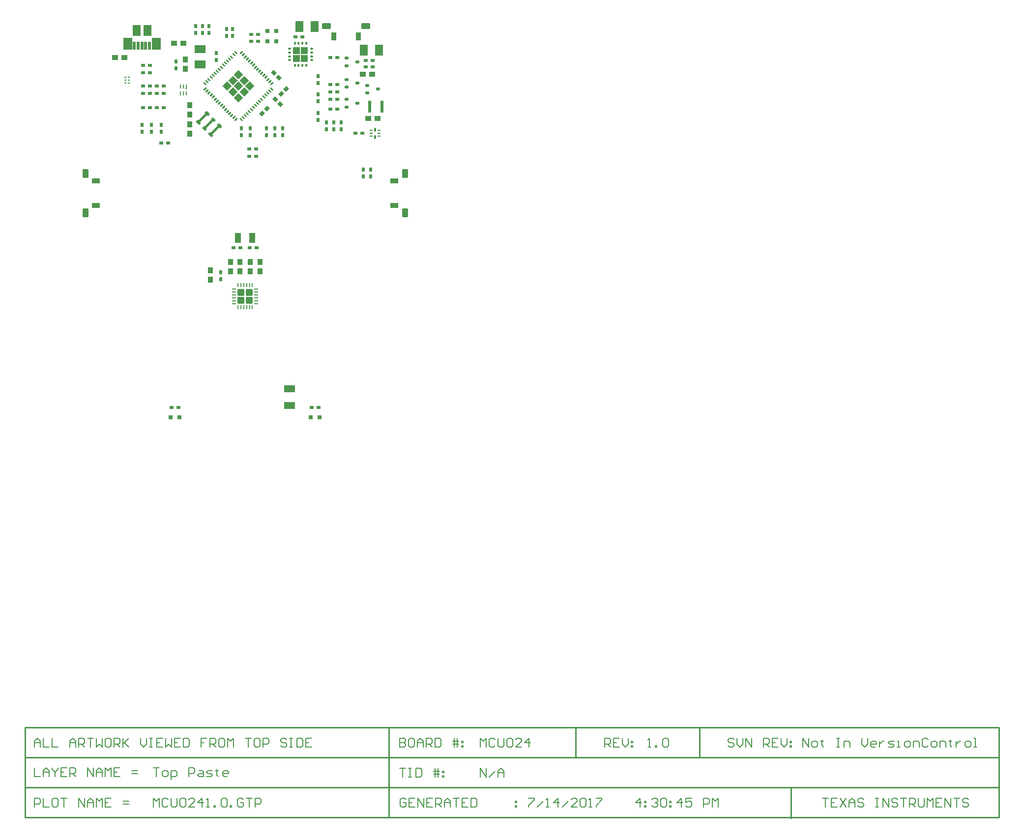
<source format=gtp>
G04 Layer_Color=9021481*
%FSAX25Y25*%
%MOIN*%
G70*
G01*
G75*
%ADD10R,0.03937X0.03740*%
%ADD11R,0.03740X0.03937*%
G04:AMPARAMS|DCode=12|XSize=18.5mil|YSize=23.62mil|CornerRadius=1.94mil|HoleSize=0mil|Usage=FLASHONLY|Rotation=270.000|XOffset=0mil|YOffset=0mil|HoleType=Round|Shape=RoundedRectangle|*
%AMROUNDEDRECTD12*
21,1,0.01850,0.01974,0,0,270.0*
21,1,0.01462,0.02362,0,0,270.0*
1,1,0.00389,-0.00987,-0.00731*
1,1,0.00389,-0.00987,0.00731*
1,1,0.00389,0.00987,0.00731*
1,1,0.00389,0.00987,-0.00731*
%
%ADD12ROUNDEDRECTD12*%
%ADD13R,0.03150X0.02362*%
%ADD14R,0.02362X0.03150*%
G04:AMPARAMS|DCode=15|XSize=23.62mil|YSize=31.5mil|CornerRadius=0mil|HoleSize=0mil|Usage=FLASHONLY|Rotation=315.000|XOffset=0mil|YOffset=0mil|HoleType=Round|Shape=Rectangle|*
%AMROTATEDRECTD15*
4,1,4,-0.01949,-0.00278,0.00278,0.01949,0.01949,0.00278,-0.00278,-0.01949,-0.01949,-0.00278,0.0*
%
%ADD15ROTATEDRECTD15*%

G04:AMPARAMS|DCode=16|XSize=23.62mil|YSize=31.5mil|CornerRadius=0mil|HoleSize=0mil|Usage=FLASHONLY|Rotation=225.000|XOffset=0mil|YOffset=0mil|HoleType=Round|Shape=Rectangle|*
%AMROTATEDRECTD16*
4,1,4,-0.00278,0.01949,0.01949,-0.00278,0.00278,-0.01949,-0.01949,0.00278,-0.00278,0.01949,0.0*
%
%ADD16ROTATEDRECTD16*%

G04:AMPARAMS|DCode=17|XSize=70.87mil|YSize=55.12mil|CornerRadius=1.93mil|HoleSize=0mil|Usage=FLASHONLY|Rotation=90.000|XOffset=0mil|YOffset=0mil|HoleType=Round|Shape=RoundedRectangle|*
%AMROUNDEDRECTD17*
21,1,0.07087,0.05126,0,0,90.0*
21,1,0.06701,0.05512,0,0,90.0*
1,1,0.00386,0.02563,0.03350*
1,1,0.00386,0.02563,-0.03350*
1,1,0.00386,-0.02563,-0.03350*
1,1,0.00386,-0.02563,0.03350*
%
%ADD17ROUNDEDRECTD17*%
G04:AMPARAMS|DCode=18|XSize=70.87mil|YSize=55.12mil|CornerRadius=1.93mil|HoleSize=0mil|Usage=FLASHONLY|Rotation=0.000|XOffset=0mil|YOffset=0mil|HoleType=Round|Shape=RoundedRectangle|*
%AMROUNDEDRECTD18*
21,1,0.07087,0.05126,0,0,0.0*
21,1,0.06701,0.05512,0,0,0.0*
1,1,0.00386,0.03350,-0.02563*
1,1,0.00386,-0.03350,-0.02563*
1,1,0.00386,-0.03350,0.02563*
1,1,0.00386,0.03350,0.02563*
%
%ADD18ROUNDEDRECTD18*%
%ADD19R,0.03150X0.03150*%
G04:AMPARAMS|DCode=20|XSize=35.43mil|YSize=51.18mil|CornerRadius=1.95mil|HoleSize=0mil|Usage=FLASHONLY|Rotation=270.000|XOffset=0mil|YOffset=0mil|HoleType=Round|Shape=RoundedRectangle|*
%AMROUNDEDRECTD20*
21,1,0.03543,0.04728,0,0,270.0*
21,1,0.03154,0.05118,0,0,270.0*
1,1,0.00390,-0.02364,-0.01577*
1,1,0.00390,-0.02364,0.01577*
1,1,0.00390,0.02364,0.01577*
1,1,0.00390,0.02364,-0.01577*
%
%ADD20ROUNDEDRECTD20*%
G04:AMPARAMS|DCode=21|XSize=57.09mil|YSize=39.37mil|CornerRadius=1.97mil|HoleSize=0mil|Usage=FLASHONLY|Rotation=270.000|XOffset=0mil|YOffset=0mil|HoleType=Round|Shape=RoundedRectangle|*
%AMROUNDEDRECTD21*
21,1,0.05709,0.03543,0,0,270.0*
21,1,0.05315,0.03937,0,0,270.0*
1,1,0.00394,-0.01772,-0.02658*
1,1,0.00394,-0.01772,0.02658*
1,1,0.00394,0.01772,0.02658*
1,1,0.00394,0.01772,-0.02658*
%
%ADD21ROUNDEDRECTD21*%
G04:AMPARAMS|DCode=22|XSize=35.43mil|YSize=51.18mil|CornerRadius=1.95mil|HoleSize=0mil|Usage=FLASHONLY|Rotation=0.000|XOffset=0mil|YOffset=0mil|HoleType=Round|Shape=RoundedRectangle|*
%AMROUNDEDRECTD22*
21,1,0.03543,0.04728,0,0,0.0*
21,1,0.03154,0.05118,0,0,0.0*
1,1,0.00390,0.01577,-0.02364*
1,1,0.00390,-0.01577,-0.02364*
1,1,0.00390,-0.01577,0.02364*
1,1,0.00390,0.01577,0.02364*
%
%ADD22ROUNDEDRECTD22*%
G04:AMPARAMS|DCode=23|XSize=57.09mil|YSize=39.37mil|CornerRadius=1.97mil|HoleSize=0mil|Usage=FLASHONLY|Rotation=0.000|XOffset=0mil|YOffset=0mil|HoleType=Round|Shape=RoundedRectangle|*
%AMROUNDEDRECTD23*
21,1,0.05709,0.03543,0,0,0.0*
21,1,0.05315,0.03937,0,0,0.0*
1,1,0.00394,0.02658,-0.01772*
1,1,0.00394,-0.02658,-0.01772*
1,1,0.00394,-0.02658,0.01772*
1,1,0.00394,0.02658,0.01772*
%
%ADD23ROUNDEDRECTD23*%
%ADD24R,0.07284X0.05118*%
%ADD25R,0.02362X0.07874*%
%ADD26R,0.01378X0.00787*%
%ADD27R,0.01181X0.00787*%
%ADD28R,0.00984X0.02756*%
%ADD29R,0.00984X0.02598*%
%ADD30R,0.03937X0.07087*%
G04:AMPARAMS|DCode=31|XSize=58.07mil|YSize=82.68mil|CornerRadius=2.03mil|HoleSize=0mil|Usage=FLASHONLY|Rotation=0.000|XOffset=0mil|YOffset=0mil|HoleType=Round|Shape=RoundedRectangle|*
%AMROUNDEDRECTD31*
21,1,0.05807,0.07861,0,0,0.0*
21,1,0.05401,0.08268,0,0,0.0*
1,1,0.00407,0.02700,-0.03931*
1,1,0.00407,-0.02700,-0.03931*
1,1,0.00407,-0.02700,0.03931*
1,1,0.00407,0.02700,0.03931*
%
%ADD31ROUNDEDRECTD31*%
G04:AMPARAMS|DCode=32|XSize=54.13mil|YSize=74.8mil|CornerRadius=1.9mil|HoleSize=0mil|Usage=FLASHONLY|Rotation=0.000|XOffset=0mil|YOffset=0mil|HoleType=Round|Shape=RoundedRectangle|*
%AMROUNDEDRECTD32*
21,1,0.05413,0.07101,0,0,0.0*
21,1,0.05034,0.07480,0,0,0.0*
1,1,0.00379,0.02517,-0.03551*
1,1,0.00379,-0.02517,-0.03551*
1,1,0.00379,-0.02517,0.03551*
1,1,0.00379,0.02517,0.03551*
%
%ADD32ROUNDEDRECTD32*%
G04:AMPARAMS|DCode=33|XSize=17.72mil|YSize=54.33mil|CornerRadius=1.95mil|HoleSize=0mil|Usage=FLASHONLY|Rotation=0.000|XOffset=0mil|YOffset=0mil|HoleType=Round|Shape=RoundedRectangle|*
%AMROUNDEDRECTD33*
21,1,0.01772,0.05043,0,0,0.0*
21,1,0.01382,0.05433,0,0,0.0*
1,1,0.00390,0.00691,-0.02522*
1,1,0.00390,-0.00691,-0.02522*
1,1,0.00390,-0.00691,0.02522*
1,1,0.00390,0.00691,0.02522*
%
%ADD33ROUNDEDRECTD33*%
G04:AMPARAMS|DCode=34|XSize=102.36mil|YSize=15.75mil|CornerRadius=0mil|HoleSize=0mil|Usage=FLASHONLY|Rotation=45.000|XOffset=0mil|YOffset=0mil|HoleType=Round|Shape=Rectangle|*
%AMROTATEDRECTD34*
4,1,4,-0.03062,-0.04176,-0.04176,-0.03062,0.03062,0.04176,0.04176,0.03062,-0.03062,-0.04176,0.0*
%
%ADD34ROTATEDRECTD34*%

G04:AMPARAMS|DCode=36|XSize=9.45mil|YSize=23.62mil|CornerRadius=1.98mil|HoleSize=0mil|Usage=FLASHONLY|Rotation=315.000|XOffset=0mil|YOffset=0mil|HoleType=Round|Shape=RoundedRectangle|*
%AMROUNDEDRECTD36*
21,1,0.00945,0.01965,0,0,315.0*
21,1,0.00548,0.02362,0,0,315.0*
1,1,0.00397,-0.00501,-0.00889*
1,1,0.00397,-0.00889,-0.00501*
1,1,0.00397,0.00501,0.00889*
1,1,0.00397,0.00889,0.00501*
%
%ADD36ROUNDEDRECTD36*%
G04:AMPARAMS|DCode=37|XSize=9.45mil|YSize=23.62mil|CornerRadius=1.98mil|HoleSize=0mil|Usage=FLASHONLY|Rotation=45.000|XOffset=0mil|YOffset=0mil|HoleType=Round|Shape=RoundedRectangle|*
%AMROUNDEDRECTD37*
21,1,0.00945,0.01965,0,0,45.0*
21,1,0.00548,0.02362,0,0,45.0*
1,1,0.00397,0.00889,-0.00501*
1,1,0.00397,0.00501,-0.00889*
1,1,0.00397,-0.00889,0.00501*
1,1,0.00397,-0.00501,0.00889*
%
%ADD37ROUNDEDRECTD37*%
G04:AMPARAMS|DCode=38|XSize=9.45mil|YSize=23.62mil|CornerRadius=1.98mil|HoleSize=0mil|Usage=FLASHONLY|Rotation=90.000|XOffset=0mil|YOffset=0mil|HoleType=Round|Shape=RoundedRectangle|*
%AMROUNDEDRECTD38*
21,1,0.00945,0.01965,0,0,90.0*
21,1,0.00548,0.02362,0,0,90.0*
1,1,0.00397,0.00983,0.00274*
1,1,0.00397,0.00983,-0.00274*
1,1,0.00397,-0.00983,-0.00274*
1,1,0.00397,-0.00983,0.00274*
%
%ADD38ROUNDEDRECTD38*%
G04:AMPARAMS|DCode=39|XSize=9.45mil|YSize=23.62mil|CornerRadius=1.98mil|HoleSize=0mil|Usage=FLASHONLY|Rotation=0.000|XOffset=0mil|YOffset=0mil|HoleType=Round|Shape=RoundedRectangle|*
%AMROUNDEDRECTD39*
21,1,0.00945,0.01965,0,0,0.0*
21,1,0.00548,0.02362,0,0,0.0*
1,1,0.00397,0.00274,-0.00983*
1,1,0.00397,-0.00274,-0.00983*
1,1,0.00397,-0.00274,0.00983*
1,1,0.00397,0.00274,0.00983*
%
%ADD39ROUNDEDRECTD39*%
%ADD41O,0.02362X0.01181*%
%ADD42O,0.01181X0.02362*%
G04:AMPARAMS|DCode=44|XSize=9.84mil|YSize=21.65mil|CornerRadius=1.97mil|HoleSize=0mil|Usage=FLASHONLY|Rotation=90.000|XOffset=0mil|YOffset=0mil|HoleType=Round|Shape=RoundedRectangle|*
%AMROUNDEDRECTD44*
21,1,0.00984,0.01772,0,0,90.0*
21,1,0.00591,0.02165,0,0,90.0*
1,1,0.00394,0.00886,0.00295*
1,1,0.00394,0.00886,-0.00295*
1,1,0.00394,-0.00886,-0.00295*
1,1,0.00394,-0.00886,0.00295*
%
%ADD44ROUNDEDRECTD44*%
G04:AMPARAMS|DCode=45|XSize=7.87mil|YSize=21.65mil|CornerRadius=1.97mil|HoleSize=0mil|Usage=FLASHONLY|Rotation=90.000|XOffset=0mil|YOffset=0mil|HoleType=Round|Shape=RoundedRectangle|*
%AMROUNDEDRECTD45*
21,1,0.00787,0.01772,0,0,90.0*
21,1,0.00394,0.02165,0,0,90.0*
1,1,0.00394,0.00886,0.00197*
1,1,0.00394,0.00886,-0.00197*
1,1,0.00394,-0.00886,-0.00197*
1,1,0.00394,-0.00886,0.00197*
%
%ADD45ROUNDEDRECTD45*%
G04:AMPARAMS|DCode=46|XSize=11.81mil|YSize=23.62mil|CornerRadius=1.95mil|HoleSize=0mil|Usage=FLASHONLY|Rotation=0.000|XOffset=0mil|YOffset=0mil|HoleType=Round|Shape=RoundedRectangle|*
%AMROUNDEDRECTD46*
21,1,0.01181,0.01972,0,0,0.0*
21,1,0.00791,0.02362,0,0,0.0*
1,1,0.00390,0.00396,-0.00986*
1,1,0.00390,-0.00396,-0.00986*
1,1,0.00390,-0.00396,0.00986*
1,1,0.00390,0.00396,0.00986*
%
%ADD46ROUNDEDRECTD46*%
%ADD48C,0.01000*%
%ADD49C,0.00800*%
G04:AMPARAMS|DCode=83|XSize=46.85mil|YSize=46.85mil|CornerRadius=1.87mil|HoleSize=0mil|Usage=FLASHONLY|Rotation=135.000|XOffset=0mil|YOffset=0mil|HoleType=Round|Shape=RoundedRectangle|*
%AMROUNDEDRECTD83*
21,1,0.04685,0.04310,0,0,135.0*
21,1,0.04310,0.04685,0,0,135.0*
1,1,0.00375,0.00000,0.03048*
1,1,0.00375,0.03048,0.00000*
1,1,0.00375,0.00000,-0.03048*
1,1,0.00375,-0.03048,0.00000*
%
%ADD83ROUNDEDRECTD83*%
G04:AMPARAMS|DCode=84|XSize=46.85mil|YSize=46.85mil|CornerRadius=1.87mil|HoleSize=0mil|Usage=FLASHONLY|Rotation=0.000|XOffset=0mil|YOffset=0mil|HoleType=Round|Shape=RoundedRectangle|*
%AMROUNDEDRECTD84*
21,1,0.04685,0.04310,0,0,0.0*
21,1,0.04310,0.04685,0,0,0.0*
1,1,0.00375,0.02155,-0.02155*
1,1,0.00375,-0.02155,-0.02155*
1,1,0.00375,-0.02155,0.02155*
1,1,0.00375,0.02155,0.02155*
%
%ADD84ROUNDEDRECTD84*%
%ADD85R,0.04677X0.04677*%
G04:AMPARAMS|DCode=86|XSize=1mil|YSize=1mil|CornerRadius=0mil|HoleSize=0mil|Usage=FLASHONLY|Rotation=135.000|XOffset=0mil|YOffset=0mil|HoleType=Round|Shape=RoundedRectangle|*
%AMROUNDEDRECTD86*
21,1,0.00100,0.00100,0,0,135.0*
21,1,0.00100,0.00100,0,0,135.0*
1,1,0.00000,0.00000,0.00071*
1,1,0.00000,0.00071,0.00000*
1,1,0.00000,0.00000,-0.00071*
1,1,0.00000,-0.00071,0.00000*
%
%ADD86ROUNDEDRECTD86*%
G36*
X0173608Y0508730D02*
X0172216Y0507338D01*
X0169989Y0509565D01*
X0171381Y0510957D01*
X0173608Y0508730D01*
D02*
G37*
G36*
X0163447Y0506920D02*
X0162055Y0505528D01*
X0159828Y0507755D01*
X0161220Y0509147D01*
X0163447Y0506920D01*
D02*
G37*
G36*
X0167623Y0502744D02*
X0166231Y0501352D01*
X0164004Y0503580D01*
X0165396Y0504971D01*
X0167623Y0502744D01*
D02*
G37*
G36*
X0159271Y0511096D02*
X0157879Y0509704D01*
X0155652Y0511931D01*
X0157044Y0513323D01*
X0159271Y0511096D01*
D02*
G37*
G36*
X0149661Y0534384D02*
X0149267Y0533990D01*
X0148676D01*
Y0534581D01*
X0149661D01*
Y0534384D01*
D02*
G37*
G36*
X0165257Y0517081D02*
X0163865Y0515689D01*
X0161638Y0517916D01*
X0163030Y0519308D01*
X0165257Y0517081D01*
D02*
G37*
G36*
X0169433Y0512906D02*
X0168041Y0511514D01*
X0165814Y0513741D01*
X0167206Y0515133D01*
X0169433Y0512906D01*
D02*
G37*
G54D10*
X0147350Y0564900D02*
D03*
X0141050D02*
D03*
X0272550Y0513900D02*
D03*
X0278850D02*
D03*
X0275350Y0543900D02*
D03*
X0269050D02*
D03*
X0101050Y0555400D02*
D03*
X0107350D02*
D03*
G54D11*
X0148700Y0547750D02*
D03*
Y0554050D02*
D03*
X0151700Y0523050D02*
D03*
Y0516750D02*
D03*
Y0510050D02*
D03*
Y0503750D02*
D03*
X0165700Y0411050D02*
D03*
Y0404750D02*
D03*
X0192700Y0416550D02*
D03*
Y0410250D02*
D03*
X0185700Y0416550D02*
D03*
Y0410250D02*
D03*
X0199200Y0416550D02*
D03*
Y0410250D02*
D03*
X0179200Y0416550D02*
D03*
Y0410250D02*
D03*
G54D12*
X0271960Y0536459D02*
D03*
Y0531341D02*
D03*
X0279440Y0533900D02*
D03*
X0257960Y0526959D02*
D03*
Y0521841D02*
D03*
X0265440Y0524400D02*
D03*
X0257960Y0554959D02*
D03*
Y0549841D02*
D03*
X0265440Y0552400D02*
D03*
X0257960Y0540459D02*
D03*
Y0535341D02*
D03*
X0265440Y0537900D02*
D03*
G54D13*
X0196562Y0488400D02*
D03*
X0191838D02*
D03*
X0251562Y0526900D02*
D03*
X0246838D02*
D03*
X0246838Y0520400D02*
D03*
X0251562D02*
D03*
X0246838Y0531900D02*
D03*
X0251562D02*
D03*
X0119838Y0544900D02*
D03*
X0124562D02*
D03*
X0270838Y0553400D02*
D03*
X0275562D02*
D03*
X0246838Y0536900D02*
D03*
X0251562D02*
D03*
X0251562Y0555400D02*
D03*
X0246838D02*
D03*
X0129338Y0530900D02*
D03*
X0134062D02*
D03*
X0134062Y0535900D02*
D03*
X0129338D02*
D03*
X0119838Y0521400D02*
D03*
X0124562D02*
D03*
X0119838Y0535900D02*
D03*
X0124562D02*
D03*
X0198062Y0570900D02*
D03*
X0193338D02*
D03*
X0198062Y0566400D02*
D03*
X0193338D02*
D03*
X0119838Y0549900D02*
D03*
X0124562D02*
D03*
X0263838Y0503900D02*
D03*
X0268562D02*
D03*
X0223338Y0569400D02*
D03*
X0228062D02*
D03*
X0270838Y0548900D02*
D03*
X0275562D02*
D03*
X0134062Y0521400D02*
D03*
X0129338D02*
D03*
X0119838Y0530900D02*
D03*
X0124562D02*
D03*
X0132338Y0497400D02*
D03*
X0137062D02*
D03*
X0197062Y0426400D02*
D03*
X0192338D02*
D03*
X0181338D02*
D03*
X0186062D02*
D03*
X0144062Y0317914D02*
D03*
X0139338D02*
D03*
X0234338Y0317900D02*
D03*
X0239062D02*
D03*
X0196562Y0493400D02*
D03*
X0191838D02*
D03*
G54D14*
X0125700Y0505038D02*
D03*
Y0509762D02*
D03*
X0119200Y0509762D02*
D03*
Y0505038D02*
D03*
X0209200Y0507262D02*
D03*
Y0502538D02*
D03*
X0214700Y0502538D02*
D03*
Y0507262D02*
D03*
X0176700Y0574762D02*
D03*
Y0570038D02*
D03*
X0180700Y0574762D02*
D03*
Y0570038D02*
D03*
X0160200Y0572038D02*
D03*
Y0576762D02*
D03*
X0155700Y0572038D02*
D03*
Y0576762D02*
D03*
X0238700Y0525538D02*
D03*
Y0530262D02*
D03*
Y0513038D02*
D03*
Y0517762D02*
D03*
X0192700Y0502538D02*
D03*
Y0507262D02*
D03*
X0249200Y0506538D02*
D03*
Y0511262D02*
D03*
X0244200Y0506538D02*
D03*
Y0511262D02*
D03*
X0132200Y0509762D02*
D03*
Y0505038D02*
D03*
X0203700Y0502538D02*
D03*
Y0507262D02*
D03*
X0254200Y0506538D02*
D03*
Y0511262D02*
D03*
X0164700Y0576762D02*
D03*
Y0572038D02*
D03*
X0238700Y0542762D02*
D03*
Y0538038D02*
D03*
X0186700Y0502538D02*
D03*
Y0507262D02*
D03*
X0142200Y0552762D02*
D03*
Y0548038D02*
D03*
X0169700Y0558262D02*
D03*
Y0553538D02*
D03*
X0269200Y0474538D02*
D03*
Y0479262D02*
D03*
X0172700Y0409762D02*
D03*
Y0405038D02*
D03*
X0274200Y0474538D02*
D03*
Y0479262D02*
D03*
G54D15*
X0203870Y0520570D02*
D03*
X0200530Y0517230D02*
D03*
X0216870Y0534070D02*
D03*
X0213530Y0530730D02*
D03*
G54D16*
X0212870Y0523730D02*
D03*
X0209530Y0527070D02*
D03*
X0208530Y0545070D02*
D03*
X0211870Y0541730D02*
D03*
G54D17*
X0226082Y0576400D02*
D03*
X0236318D02*
D03*
X0269582Y0560400D02*
D03*
X0279818D02*
D03*
G54D18*
X0158700Y0561018D02*
D03*
Y0550782D02*
D03*
G54D19*
X0144653Y0311414D02*
D03*
X0138747D02*
D03*
X0239653Y0311400D02*
D03*
X0233747D02*
D03*
X0210153Y0573400D02*
D03*
X0204247D02*
D03*
Y0566400D02*
D03*
X0210153D02*
D03*
G54D20*
X0290444Y0471668D02*
D03*
Y0455132D02*
D03*
X0087956Y0455132D02*
D03*
Y0471668D02*
D03*
G54D21*
X0297531Y0476687D02*
D03*
X0297531Y0450113D02*
D03*
X0080869Y0450113D02*
D03*
X0080869Y0476687D02*
D03*
G54D22*
X0249432Y0569644D02*
D03*
X0265968D02*
D03*
G54D23*
X0244413Y0576731D02*
D03*
X0270987Y0576731D02*
D03*
G54D24*
X0219200Y0319191D02*
D03*
Y0330609D02*
D03*
G54D25*
X0273566Y0521900D02*
D03*
X0281834D02*
D03*
G54D26*
X0108117Y0541868D02*
D03*
G54D27*
X0108019Y0539900D02*
D03*
Y0537931D02*
D03*
X0110381D02*
D03*
Y0539900D02*
D03*
Y0541868D02*
D03*
G54D28*
X0149169Y0531038D02*
D03*
X0147200D02*
D03*
X0145231D02*
D03*
Y0535762D02*
D03*
X0147200D02*
D03*
G54D29*
X0149169Y0535841D02*
D03*
G54D30*
X0194121Y0432900D02*
D03*
X0184279D02*
D03*
G54D31*
X0109505Y0564636D02*
D03*
X0128895D02*
D03*
G54D32*
X0115509Y0573691D02*
D03*
X0122891D02*
D03*
G54D33*
X0114082Y0563219D02*
D03*
X0116641Y0563219D02*
D03*
X0119200Y0563219D02*
D03*
X0121759Y0563219D02*
D03*
X0124318Y0563219D02*
D03*
G54D34*
X0164700Y0510400D02*
D03*
X0160524Y0514576D02*
D03*
X0168876Y0506224D02*
D03*
G54D36*
X0182893Y0513209D02*
D03*
X0181501Y0514601D02*
D03*
X0180108Y0515993D02*
D03*
X0178716Y0517386D02*
D03*
X0177324Y0518778D02*
D03*
X0175932Y0520170D02*
D03*
X0174539Y0521562D02*
D03*
X0173147Y0522955D02*
D03*
X0171755Y0524347D02*
D03*
X0170362Y0525739D02*
D03*
X0168970Y0527132D02*
D03*
X0167578Y0528524D02*
D03*
X0166186Y0529916D02*
D03*
X0164793Y0531309D02*
D03*
X0163401Y0532701D02*
D03*
X0162009Y0534093D02*
D03*
X0186507Y0558591D02*
D03*
X0187899Y0557199D02*
D03*
X0189292Y0555807D02*
D03*
X0190684Y0554414D02*
D03*
X0192076Y0553022D02*
D03*
X0193468Y0551630D02*
D03*
X0194861Y0550238D02*
D03*
X0196253Y0548845D02*
D03*
X0197645Y0547453D02*
D03*
X0199038Y0546061D02*
D03*
X0200430Y0544668D02*
D03*
X0201822Y0543276D02*
D03*
X0203214Y0541884D02*
D03*
X0204607Y0540491D02*
D03*
X0205999Y0539099D02*
D03*
X0207391Y0537707D02*
D03*
G54D37*
X0162011Y0537710D02*
D03*
X0163403Y0539102D02*
D03*
X0164795Y0540493D02*
D03*
X0166187Y0541885D02*
D03*
X0167579Y0543277D02*
D03*
X0168971Y0544669D02*
D03*
X0170363Y0546061D02*
D03*
X0171755Y0547453D02*
D03*
X0173147Y0548845D02*
D03*
X0174539Y0550237D02*
D03*
X0175931Y0551629D02*
D03*
X0177323Y0553021D02*
D03*
X0178715Y0554413D02*
D03*
X0180107Y0555805D02*
D03*
X0181499Y0557197D02*
D03*
X0182890Y0558589D02*
D03*
X0207389Y0534091D02*
D03*
X0205997Y0532698D02*
D03*
X0204605Y0531307D02*
D03*
X0203213Y0529915D02*
D03*
X0201821Y0528523D02*
D03*
X0200429Y0527131D02*
D03*
X0199037Y0525739D02*
D03*
X0197645Y0524347D02*
D03*
X0196253Y0522955D02*
D03*
X0194861Y0521563D02*
D03*
X0193469Y0520171D02*
D03*
X0192077Y0518779D02*
D03*
X0190685Y0517387D02*
D03*
X0189293Y0515995D02*
D03*
X0187901Y0514603D02*
D03*
X0186510Y0513211D02*
D03*
G54D38*
X0181720Y0398321D02*
D03*
Y0396353D02*
D03*
Y0394384D02*
D03*
Y0392416D02*
D03*
Y0390447D02*
D03*
Y0388479D02*
D03*
X0196680D02*
D03*
Y0390447D02*
D03*
Y0392416D02*
D03*
Y0394384D02*
D03*
Y0396353D02*
D03*
Y0398321D02*
D03*
G54D39*
X0184279Y0385920D02*
D03*
X0186247D02*
D03*
X0188216D02*
D03*
X0190184D02*
D03*
X0192153D02*
D03*
X0194121D02*
D03*
Y0400880D02*
D03*
X0192153D02*
D03*
X0190184D02*
D03*
X0188216D02*
D03*
X0186247D02*
D03*
X0184279D02*
D03*
G54D41*
X0219220Y0561239D02*
D03*
Y0558679D02*
D03*
Y0556120D02*
D03*
Y0553561D02*
D03*
X0234180D02*
D03*
Y0556120D02*
D03*
Y0558679D02*
D03*
Y0561239D02*
D03*
G54D42*
X0222861Y0549920D02*
D03*
X0225420D02*
D03*
X0227979D02*
D03*
X0230539D02*
D03*
Y0564880D02*
D03*
X0227979D02*
D03*
X0225420D02*
D03*
X0222861D02*
D03*
G54D44*
X0279857Y0505868D02*
D03*
Y0501931D02*
D03*
X0274542D02*
D03*
Y0505868D02*
D03*
G54D45*
X0279857Y0503900D02*
D03*
X0274542D02*
D03*
G54D46*
X0277200Y0501341D02*
D03*
Y0506459D02*
D03*
G54D48*
X0559400Y0039400D02*
Y0059683D01*
X0440500Y0040050D02*
X0700200D01*
Y0101050D01*
X0286500Y0040050D02*
Y0101050D01*
X0040000Y0040050D02*
Y0101050D01*
X0040050Y0040050D02*
X0197600D01*
X0040050D02*
Y0101050D01*
Y0101050D02*
X0700200D01*
X0040000Y0040050D02*
X0440500D01*
X0040000Y0060383D02*
X0700000D01*
X0040000Y0080717D02*
X0700200D01*
X0413200D02*
Y0101050D01*
X0497200Y0080717D02*
Y0101050D01*
G54D49*
X0126900Y0073549D02*
X0130899D01*
X0128899D01*
Y0067551D01*
X0133898D02*
X0135897D01*
X0136897Y0068550D01*
Y0070550D01*
X0135897Y0071549D01*
X0133898D01*
X0132898Y0070550D01*
Y0068550D01*
X0133898Y0067551D01*
X0138896Y0065551D02*
Y0071549D01*
X0141895D01*
X0142895Y0070550D01*
Y0068550D01*
X0141895Y0067551D01*
X0138896D01*
X0150892D02*
Y0073549D01*
X0153891D01*
X0154891Y0072549D01*
Y0070550D01*
X0153891Y0069550D01*
X0150892D01*
X0157890Y0071549D02*
X0159889D01*
X0160889Y0070550D01*
Y0067551D01*
X0157890D01*
X0156890Y0068550D01*
X0157890Y0069550D01*
X0160889D01*
X0162888Y0067551D02*
X0165887D01*
X0166887Y0068550D01*
X0165887Y0069550D01*
X0163888D01*
X0162888Y0070550D01*
X0163888Y0071549D01*
X0166887D01*
X0169886Y0072549D02*
Y0071549D01*
X0168886D01*
X0170886D01*
X0169886D01*
Y0068550D01*
X0170886Y0067551D01*
X0176884D02*
X0174884D01*
X0173885Y0068550D01*
Y0070550D01*
X0174884Y0071549D01*
X0176884D01*
X0177884Y0070550D01*
Y0069550D01*
X0173885D01*
X0348550Y0067500D02*
Y0073498D01*
X0352549Y0067500D01*
Y0073498D01*
X0354548Y0067500D02*
X0358547Y0071499D01*
X0360546Y0067500D02*
Y0071499D01*
X0362545Y0073498D01*
X0364545Y0071499D01*
Y0067500D01*
Y0070499D01*
X0360546D01*
X0294000Y0073498D02*
X0297999D01*
X0295999D01*
Y0067500D01*
X0299998Y0073498D02*
X0301997D01*
X0300998D01*
Y0067500D01*
X0299998D01*
X0301997D01*
X0304996Y0073498D02*
Y0067500D01*
X0307996D01*
X0308995Y0068500D01*
Y0072498D01*
X0307996Y0073498D01*
X0304996D01*
X0317992Y0067500D02*
Y0073498D01*
X0319992D02*
Y0067500D01*
X0316993Y0071499D02*
X0319992D01*
X0320991D01*
X0316993Y0069499D02*
X0320991D01*
X0322991Y0071499D02*
X0323990D01*
Y0070499D01*
X0322991D01*
Y0071499D01*
Y0068500D02*
X0323990D01*
Y0067500D01*
X0322991D01*
Y0068500D01*
X0580500Y0052965D02*
X0584499D01*
X0582499D01*
Y0046966D01*
X0590497Y0052965D02*
X0586498D01*
Y0046966D01*
X0590497D01*
X0586498Y0049966D02*
X0588497D01*
X0592496Y0052965D02*
X0596495Y0046966D01*
Y0052965D02*
X0592496Y0046966D01*
X0598494D02*
Y0050965D01*
X0600493Y0052965D01*
X0602493Y0050965D01*
Y0046966D01*
Y0049966D01*
X0598494D01*
X0608491Y0051965D02*
X0607491Y0052965D01*
X0605492D01*
X0604492Y0051965D01*
Y0050965D01*
X0605492Y0049966D01*
X0607491D01*
X0608491Y0048966D01*
Y0047966D01*
X0607491Y0046966D01*
X0605492D01*
X0604492Y0047966D01*
X0616488Y0052965D02*
X0618488D01*
X0617488D01*
Y0046966D01*
X0616488D01*
X0618488D01*
X0621487D02*
Y0052965D01*
X0625486Y0046966D01*
Y0052965D01*
X0631484Y0051965D02*
X0630484Y0052965D01*
X0628484D01*
X0627485Y0051965D01*
Y0050965D01*
X0628484Y0049966D01*
X0630484D01*
X0631484Y0048966D01*
Y0047966D01*
X0630484Y0046966D01*
X0628484D01*
X0627485Y0047966D01*
X0633483Y0052965D02*
X0637482D01*
X0635482D01*
Y0046966D01*
X0639481D02*
Y0052965D01*
X0642480D01*
X0643480Y0051965D01*
Y0049966D01*
X0642480Y0048966D01*
X0639481D01*
X0641480D02*
X0643480Y0046966D01*
X0645479Y0052965D02*
Y0047966D01*
X0646479Y0046966D01*
X0648478D01*
X0649478Y0047966D01*
Y0052965D01*
X0651477Y0046966D02*
Y0052965D01*
X0653476Y0050965D01*
X0655476Y0052965D01*
Y0046966D01*
X0661474Y0052965D02*
X0657475D01*
Y0046966D01*
X0661474D01*
X0657475Y0049966D02*
X0659474D01*
X0663473Y0046966D02*
Y0052965D01*
X0667472Y0046966D01*
Y0052965D01*
X0669471D02*
X0673470D01*
X0671471D01*
Y0046966D01*
X0679468Y0051965D02*
X0678468Y0052965D01*
X0676469D01*
X0675469Y0051965D01*
Y0050965D01*
X0676469Y0049966D01*
X0678468D01*
X0679468Y0048966D01*
Y0047966D01*
X0678468Y0046966D01*
X0676469D01*
X0675469Y0047966D01*
X0457049Y0046966D02*
Y0052965D01*
X0454050Y0049966D01*
X0458049D01*
X0460048Y0050965D02*
X0461048D01*
Y0049966D01*
X0460048D01*
Y0050965D01*
Y0047966D02*
X0461048D01*
Y0046966D01*
X0460048D01*
Y0047966D01*
X0465046Y0051965D02*
X0466046Y0052965D01*
X0468046D01*
X0469045Y0051965D01*
Y0050965D01*
X0468046Y0049966D01*
X0467046D01*
X0468046D01*
X0469045Y0048966D01*
Y0047966D01*
X0468046Y0046966D01*
X0466046D01*
X0465046Y0047966D01*
X0471044Y0051965D02*
X0472044Y0052965D01*
X0474044D01*
X0475043Y0051965D01*
Y0047966D01*
X0474044Y0046966D01*
X0472044D01*
X0471044Y0047966D01*
Y0051965D01*
X0477043Y0050965D02*
X0478042D01*
Y0049966D01*
X0477043D01*
Y0050965D01*
Y0047966D02*
X0478042D01*
Y0046966D01*
X0477043D01*
Y0047966D01*
X0485040Y0046966D02*
Y0052965D01*
X0482041Y0049966D01*
X0486040D01*
X0492038Y0052965D02*
X0488039D01*
Y0049966D01*
X0490038Y0050965D01*
X0491038D01*
X0492038Y0049966D01*
Y0047966D01*
X0491038Y0046966D01*
X0489039D01*
X0488039Y0047966D01*
X0500035Y0046966D02*
Y0052965D01*
X0503034D01*
X0504034Y0051965D01*
Y0049966D01*
X0503034Y0048966D01*
X0500035D01*
X0506033Y0046966D02*
Y0052965D01*
X0508033Y0050965D01*
X0510032Y0052965D01*
Y0046966D01*
X0046350D02*
Y0052965D01*
X0049349D01*
X0050349Y0051965D01*
Y0049966D01*
X0049349Y0048966D01*
X0046350D01*
X0052348Y0052965D02*
Y0046966D01*
X0056347D01*
X0061345Y0052965D02*
X0059346D01*
X0058346Y0051965D01*
Y0047966D01*
X0059346Y0046966D01*
X0061345D01*
X0062345Y0047966D01*
Y0051965D01*
X0061345Y0052965D01*
X0064344D02*
X0068343D01*
X0066343D01*
Y0046966D01*
X0076340D02*
Y0052965D01*
X0080339Y0046966D01*
Y0052965D01*
X0082338Y0046966D02*
Y0050965D01*
X0084338Y0052965D01*
X0086337Y0050965D01*
Y0046966D01*
Y0049966D01*
X0082338D01*
X0088336Y0046966D02*
Y0052965D01*
X0090336Y0050965D01*
X0092335Y0052965D01*
Y0046966D01*
X0098333Y0052965D02*
X0094335D01*
Y0046966D01*
X0098333D01*
X0094335Y0049966D02*
X0096334D01*
X0106331Y0048966D02*
X0110329D01*
X0106331Y0050965D02*
X0110329D01*
X0046350Y0073549D02*
Y0067551D01*
X0050349D01*
X0052348D02*
Y0071549D01*
X0054347Y0073549D01*
X0056347Y0071549D01*
Y0067551D01*
Y0070550D01*
X0052348D01*
X0058346Y0073549D02*
Y0072549D01*
X0060346Y0070550D01*
X0062345Y0072549D01*
Y0073549D01*
X0060346Y0070550D02*
Y0067551D01*
X0068343Y0073549D02*
X0064344D01*
Y0067551D01*
X0068343D01*
X0064344Y0070550D02*
X0066343D01*
X0070342Y0067551D02*
Y0073549D01*
X0073341D01*
X0074341Y0072549D01*
Y0070550D01*
X0073341Y0069550D01*
X0070342D01*
X0072342D02*
X0074341Y0067551D01*
X0082338D02*
Y0073549D01*
X0086337Y0067551D01*
Y0073549D01*
X0088336Y0067551D02*
Y0071549D01*
X0090336Y0073549D01*
X0092335Y0071549D01*
Y0067551D01*
Y0070550D01*
X0088336D01*
X0094335Y0067551D02*
Y0073549D01*
X0096334Y0071549D01*
X0098333Y0073549D01*
Y0067551D01*
X0104331Y0073549D02*
X0100332D01*
Y0067551D01*
X0104331D01*
X0100332Y0070550D02*
X0102332D01*
X0112329Y0069550D02*
X0116327D01*
X0112329Y0071549D02*
X0116327D01*
X0294000Y0093831D02*
Y0087833D01*
X0296999D01*
X0297999Y0088833D01*
Y0089833D01*
X0296999Y0090832D01*
X0294000D01*
X0296999D01*
X0297999Y0091832D01*
Y0092832D01*
X0296999Y0093831D01*
X0294000D01*
X0302997D02*
X0300998D01*
X0299998Y0092832D01*
Y0088833D01*
X0300998Y0087833D01*
X0302997D01*
X0303997Y0088833D01*
Y0092832D01*
X0302997Y0093831D01*
X0305996Y0087833D02*
Y0091832D01*
X0307996Y0093831D01*
X0309995Y0091832D01*
Y0087833D01*
Y0090832D01*
X0305996D01*
X0311994Y0087833D02*
Y0093831D01*
X0314993D01*
X0315993Y0092832D01*
Y0090832D01*
X0314993Y0089833D01*
X0311994D01*
X0313994D02*
X0315993Y0087833D01*
X0317992Y0093831D02*
Y0087833D01*
X0320991D01*
X0321991Y0088833D01*
Y0092832D01*
X0320991Y0093831D01*
X0317992D01*
X0330988Y0087833D02*
Y0093831D01*
X0332987D02*
Y0087833D01*
X0329988Y0091832D02*
X0332987D01*
X0333987D01*
X0329988Y0089833D02*
X0333987D01*
X0335986Y0091832D02*
X0336986D01*
Y0090832D01*
X0335986D01*
Y0091832D01*
Y0088833D02*
X0336986D01*
Y0087833D01*
X0335986D01*
Y0088833D01*
X0348550Y0087833D02*
Y0093831D01*
X0350549Y0091832D01*
X0352549Y0093831D01*
Y0087833D01*
X0358547Y0092832D02*
X0357547Y0093831D01*
X0355548D01*
X0354548Y0092832D01*
Y0088833D01*
X0355548Y0087833D01*
X0357547D01*
X0358547Y0088833D01*
X0360546Y0093831D02*
Y0088833D01*
X0361546Y0087833D01*
X0363545D01*
X0364545Y0088833D01*
Y0093831D01*
X0366544Y0092832D02*
X0367544Y0093831D01*
X0369543D01*
X0370543Y0092832D01*
Y0088833D01*
X0369543Y0087833D01*
X0367544D01*
X0366544Y0088833D01*
Y0092832D01*
X0376541Y0087833D02*
X0372542D01*
X0376541Y0091832D01*
Y0092832D01*
X0375541Y0093831D01*
X0373542D01*
X0372542Y0092832D01*
X0381539Y0087833D02*
Y0093831D01*
X0378540Y0090832D01*
X0382539D01*
X0462150Y0087833D02*
X0464149D01*
X0463150D01*
Y0093831D01*
X0462150Y0092832D01*
X0467148Y0087833D02*
Y0088833D01*
X0468148D01*
Y0087833D01*
X0467148D01*
X0472147Y0092832D02*
X0473146Y0093831D01*
X0475146D01*
X0476146Y0092832D01*
Y0088833D01*
X0475146Y0087833D01*
X0473146D01*
X0472147Y0088833D01*
Y0092832D01*
X0046350Y0087833D02*
Y0091832D01*
X0048349Y0093831D01*
X0050349Y0091832D01*
Y0087833D01*
Y0090832D01*
X0046350D01*
X0052348Y0093831D02*
Y0087833D01*
X0056347D01*
X0058346Y0093831D02*
Y0087833D01*
X0062345D01*
X0070342D02*
Y0091832D01*
X0072342Y0093831D01*
X0074341Y0091832D01*
Y0087833D01*
Y0090832D01*
X0070342D01*
X0076340Y0087833D02*
Y0093831D01*
X0079339D01*
X0080339Y0092832D01*
Y0090832D01*
X0079339Y0089833D01*
X0076340D01*
X0078340D02*
X0080339Y0087833D01*
X0082338Y0093831D02*
X0086337D01*
X0084338D01*
Y0087833D01*
X0088336Y0093831D02*
Y0087833D01*
X0090336Y0089833D01*
X0092335Y0087833D01*
Y0093831D01*
X0097334D02*
X0095334D01*
X0094335Y0092832D01*
Y0088833D01*
X0095334Y0087833D01*
X0097334D01*
X0098333Y0088833D01*
Y0092832D01*
X0097334Y0093831D01*
X0100332Y0087833D02*
Y0093831D01*
X0103332D01*
X0104331Y0092832D01*
Y0090832D01*
X0103332Y0089833D01*
X0100332D01*
X0102332D02*
X0104331Y0087833D01*
X0106331Y0093831D02*
Y0087833D01*
Y0089833D01*
X0110329Y0093831D01*
X0107330Y0090832D01*
X0110329Y0087833D01*
X0118327Y0093831D02*
Y0089833D01*
X0120326Y0087833D01*
X0122325Y0089833D01*
Y0093831D01*
X0124325D02*
X0126324D01*
X0125324D01*
Y0087833D01*
X0124325D01*
X0126324D01*
X0133322Y0093831D02*
X0129323D01*
Y0087833D01*
X0133322D01*
X0129323Y0090832D02*
X0131323D01*
X0135321Y0093831D02*
Y0087833D01*
X0137321Y0089833D01*
X0139320Y0087833D01*
Y0093831D01*
X0145318D02*
X0141319D01*
Y0087833D01*
X0145318D01*
X0141319Y0090832D02*
X0143319D01*
X0147317Y0093831D02*
Y0087833D01*
X0150316D01*
X0151316Y0088833D01*
Y0092832D01*
X0150316Y0093831D01*
X0147317D01*
X0163312D02*
X0159313D01*
Y0090832D01*
X0161313D01*
X0159313D01*
Y0087833D01*
X0165312D02*
Y0093831D01*
X0168310D01*
X0169310Y0092832D01*
Y0090832D01*
X0168310Y0089833D01*
X0165312D01*
X0167311D02*
X0169310Y0087833D01*
X0174309Y0093831D02*
X0172309D01*
X0171310Y0092832D01*
Y0088833D01*
X0172309Y0087833D01*
X0174309D01*
X0175308Y0088833D01*
Y0092832D01*
X0174309Y0093831D01*
X0177308Y0087833D02*
Y0093831D01*
X0179307Y0091832D01*
X0181306Y0093831D01*
Y0087833D01*
X0189304Y0093831D02*
X0193303D01*
X0191303D01*
Y0087833D01*
X0198301Y0093831D02*
X0196301D01*
X0195302Y0092832D01*
Y0088833D01*
X0196301Y0087833D01*
X0198301D01*
X0199301Y0088833D01*
Y0092832D01*
X0198301Y0093831D01*
X0201300Y0087833D02*
Y0093831D01*
X0204299D01*
X0205299Y0092832D01*
Y0090832D01*
X0204299Y0089833D01*
X0201300D01*
X0217295Y0092832D02*
X0216295Y0093831D01*
X0214296D01*
X0213296Y0092832D01*
Y0091832D01*
X0214296Y0090832D01*
X0216295D01*
X0217295Y0089833D01*
Y0088833D01*
X0216295Y0087833D01*
X0214296D01*
X0213296Y0088833D01*
X0219294Y0093831D02*
X0221293D01*
X0220294D01*
Y0087833D01*
X0219294D01*
X0221293D01*
X0224292Y0093831D02*
Y0087833D01*
X0227291D01*
X0228291Y0088833D01*
Y0092832D01*
X0227291Y0093831D01*
X0224292D01*
X0234289D02*
X0230291D01*
Y0087833D01*
X0234289D01*
X0230291Y0090832D02*
X0232290D01*
X0298199Y0051965D02*
X0297199Y0052965D01*
X0295200D01*
X0294200Y0051965D01*
Y0047966D01*
X0295200Y0046966D01*
X0297199D01*
X0298199Y0047966D01*
Y0049966D01*
X0296199D01*
X0304197Y0052965D02*
X0300198D01*
Y0046966D01*
X0304197D01*
X0300198Y0049966D02*
X0302197D01*
X0306196Y0046966D02*
Y0052965D01*
X0310195Y0046966D01*
Y0052965D01*
X0316193D02*
X0312194D01*
Y0046966D01*
X0316193D01*
X0312194Y0049966D02*
X0314194D01*
X0318192Y0046966D02*
Y0052965D01*
X0321191D01*
X0322191Y0051965D01*
Y0049966D01*
X0321191Y0048966D01*
X0318192D01*
X0320192D02*
X0322191Y0046966D01*
X0324190D02*
Y0050965D01*
X0326190Y0052965D01*
X0328189Y0050965D01*
Y0046966D01*
Y0049966D01*
X0324190D01*
X0330188Y0052965D02*
X0334187D01*
X0332188D01*
Y0046966D01*
X0340185Y0052965D02*
X0336186D01*
Y0046966D01*
X0340185D01*
X0336186Y0049966D02*
X0338186D01*
X0342184Y0052965D02*
Y0046966D01*
X0345183D01*
X0346183Y0047966D01*
Y0051965D01*
X0345183Y0052965D01*
X0342184D01*
X0372175Y0050965D02*
X0373175D01*
Y0049966D01*
X0372175D01*
Y0050965D01*
Y0047966D02*
X0373175D01*
Y0046966D01*
X0372175D01*
Y0047966D01*
X0381150Y0052965D02*
X0385149D01*
Y0051965D01*
X0381150Y0047966D01*
Y0046966D01*
X0387148D02*
X0391147Y0050965D01*
X0393146Y0046966D02*
X0395146D01*
X0394146D01*
Y0052965D01*
X0393146Y0051965D01*
X0401144Y0046966D02*
Y0052965D01*
X0398145Y0049966D01*
X0402143D01*
X0404143Y0046966D02*
X0408141Y0050965D01*
X0414139Y0046966D02*
X0410141D01*
X0414139Y0050965D01*
Y0051965D01*
X0413140Y0052965D01*
X0411140D01*
X0410141Y0051965D01*
X0416139D02*
X0417138Y0052965D01*
X0419138D01*
X0420137Y0051965D01*
Y0047966D01*
X0419138Y0046966D01*
X0417138D01*
X0416139Y0047966D01*
Y0051965D01*
X0422137Y0046966D02*
X0424136D01*
X0423136D01*
Y0052965D01*
X0422137Y0051965D01*
X0427135Y0052965D02*
X0431134D01*
Y0051965D01*
X0427135Y0047966D01*
Y0046966D01*
X0126900D02*
Y0052965D01*
X0128899Y0050965D01*
X0130899Y0052965D01*
Y0046966D01*
X0136897Y0051965D02*
X0135897Y0052965D01*
X0133898D01*
X0132898Y0051965D01*
Y0047966D01*
X0133898Y0046966D01*
X0135897D01*
X0136897Y0047966D01*
X0138896Y0052965D02*
Y0047966D01*
X0139896Y0046966D01*
X0141895D01*
X0142895Y0047966D01*
Y0052965D01*
X0144894Y0051965D02*
X0145894Y0052965D01*
X0147893D01*
X0148893Y0051965D01*
Y0047966D01*
X0147893Y0046966D01*
X0145894D01*
X0144894Y0047966D01*
Y0051965D01*
X0154891Y0046966D02*
X0150892D01*
X0154891Y0050965D01*
Y0051965D01*
X0153891Y0052965D01*
X0151892D01*
X0150892Y0051965D01*
X0159889Y0046966D02*
Y0052965D01*
X0156890Y0049966D01*
X0160889D01*
X0162888Y0046966D02*
X0164888D01*
X0163888D01*
Y0052965D01*
X0162888Y0051965D01*
X0167887Y0046966D02*
Y0047966D01*
X0168886D01*
Y0046966D01*
X0167887D01*
X0172885Y0051965D02*
X0173885Y0052965D01*
X0175884D01*
X0176884Y0051965D01*
Y0047966D01*
X0175884Y0046966D01*
X0173885D01*
X0172885Y0047966D01*
Y0051965D01*
X0178883Y0046966D02*
Y0047966D01*
X0179883D01*
Y0046966D01*
X0178883D01*
X0187880Y0051965D02*
X0186881Y0052965D01*
X0184881D01*
X0183882Y0051965D01*
Y0047966D01*
X0184881Y0046966D01*
X0186881D01*
X0187880Y0047966D01*
Y0049966D01*
X0185881D01*
X0189880Y0052965D02*
X0193878D01*
X0191879D01*
Y0046966D01*
X0195878D02*
Y0052965D01*
X0198877D01*
X0199876Y0051965D01*
Y0049966D01*
X0198877Y0048966D01*
X0195878D01*
X0433000Y0087833D02*
Y0093831D01*
X0435999D01*
X0436999Y0092832D01*
Y0090832D01*
X0435999Y0089833D01*
X0433000D01*
X0434999D02*
X0436999Y0087833D01*
X0442997Y0093831D02*
X0438998D01*
Y0087833D01*
X0442997D01*
X0438998Y0090832D02*
X0440997D01*
X0444996Y0093831D02*
Y0089833D01*
X0446995Y0087833D01*
X0448995Y0089833D01*
Y0093831D01*
X0450994Y0091832D02*
X0451994D01*
Y0090832D01*
X0450994D01*
Y0091832D01*
Y0088833D02*
X0451994D01*
Y0087833D01*
X0450994D01*
Y0088833D01*
X0520799Y0092832D02*
X0519799Y0093831D01*
X0517800D01*
X0516800Y0092832D01*
Y0091832D01*
X0517800Y0090832D01*
X0519799D01*
X0520799Y0089833D01*
Y0088833D01*
X0519799Y0087833D01*
X0517800D01*
X0516800Y0088833D01*
X0522798Y0093831D02*
Y0089833D01*
X0524797Y0087833D01*
X0526797Y0089833D01*
Y0093831D01*
X0528796Y0087833D02*
Y0093831D01*
X0532795Y0087833D01*
Y0093831D01*
X0540792Y0087833D02*
Y0093831D01*
X0543791D01*
X0544791Y0092832D01*
Y0090832D01*
X0543791Y0089833D01*
X0540792D01*
X0542792D02*
X0544791Y0087833D01*
X0550789Y0093831D02*
X0546790D01*
Y0087833D01*
X0550789D01*
X0546790Y0090832D02*
X0548790D01*
X0552788Y0093831D02*
Y0089833D01*
X0554788Y0087833D01*
X0556787Y0089833D01*
Y0093831D01*
X0558786Y0091832D02*
X0559786D01*
Y0090832D01*
X0558786D01*
Y0091832D01*
Y0088833D02*
X0559786D01*
Y0087833D01*
X0558786D01*
Y0088833D01*
X0567400Y0087833D02*
Y0093831D01*
X0571399Y0087833D01*
Y0093831D01*
X0574398Y0087833D02*
X0576397D01*
X0577397Y0088833D01*
Y0090832D01*
X0576397Y0091832D01*
X0574398D01*
X0573398Y0090832D01*
Y0088833D01*
X0574398Y0087833D01*
X0580396Y0092832D02*
Y0091832D01*
X0579396D01*
X0581395D01*
X0580396D01*
Y0088833D01*
X0581395Y0087833D01*
X0590393Y0093831D02*
X0592392D01*
X0591392D01*
Y0087833D01*
X0590393D01*
X0592392D01*
X0595391D02*
Y0091832D01*
X0598390D01*
X0599390Y0090832D01*
Y0087833D01*
X0607387Y0093831D02*
Y0089833D01*
X0609386Y0087833D01*
X0611386Y0089833D01*
Y0093831D01*
X0616384Y0087833D02*
X0614385D01*
X0613385Y0088833D01*
Y0090832D01*
X0614385Y0091832D01*
X0616384D01*
X0617384Y0090832D01*
Y0089833D01*
X0613385D01*
X0619383Y0091832D02*
Y0087833D01*
Y0089833D01*
X0620383Y0090832D01*
X0621383Y0091832D01*
X0622382D01*
X0625381Y0087833D02*
X0628380D01*
X0629380Y0088833D01*
X0628380Y0089833D01*
X0626381D01*
X0625381Y0090832D01*
X0626381Y0091832D01*
X0629380D01*
X0631379Y0087833D02*
X0633379D01*
X0632379D01*
Y0091832D01*
X0631379D01*
X0637377Y0087833D02*
X0639377D01*
X0640376Y0088833D01*
Y0090832D01*
X0639377Y0091832D01*
X0637377D01*
X0636378Y0090832D01*
Y0088833D01*
X0637377Y0087833D01*
X0642376D02*
Y0091832D01*
X0645375D01*
X0646374Y0090832D01*
Y0087833D01*
X0652373Y0092832D02*
X0651373Y0093831D01*
X0649373D01*
X0648374Y0092832D01*
Y0088833D01*
X0649373Y0087833D01*
X0651373D01*
X0652373Y0088833D01*
X0655372Y0087833D02*
X0657371D01*
X0658371Y0088833D01*
Y0090832D01*
X0657371Y0091832D01*
X0655372D01*
X0654372Y0090832D01*
Y0088833D01*
X0655372Y0087833D01*
X0660370D02*
Y0091832D01*
X0663369D01*
X0664369Y0090832D01*
Y0087833D01*
X0667368Y0092832D02*
Y0091832D01*
X0666368D01*
X0668367D01*
X0667368D01*
Y0088833D01*
X0668367Y0087833D01*
X0671366Y0091832D02*
Y0087833D01*
Y0089833D01*
X0672366Y0090832D01*
X0673366Y0091832D01*
X0674365D01*
X0678364Y0087833D02*
X0680364D01*
X0681363Y0088833D01*
Y0090832D01*
X0680364Y0091832D01*
X0678364D01*
X0677364Y0090832D01*
Y0088833D01*
X0678364Y0087833D01*
X0683362D02*
X0685362D01*
X0684362D01*
Y0093831D01*
X0683362D01*
G54D83*
X0188570Y0539770D02*
D03*
X0184700Y0543639D02*
D03*
X0192439Y0535900D02*
D03*
X0180830Y0532030D02*
D03*
X0176961Y0535900D02*
D03*
X0184700Y0528161D02*
D03*
X0188570Y0532030D02*
D03*
X0180830Y0539770D02*
D03*
X0184700Y0535900D02*
D03*
G54D84*
X0191936Y0396136D02*
D03*
X0186464D02*
D03*
Y0390664D02*
D03*
X0191936D02*
D03*
G54D85*
X0229432Y0554668D02*
D03*
X0223968D02*
D03*
Y0560132D02*
D03*
X0229432D02*
D03*
G54D86*
X0184700Y0535900D02*
D03*
M02*

</source>
